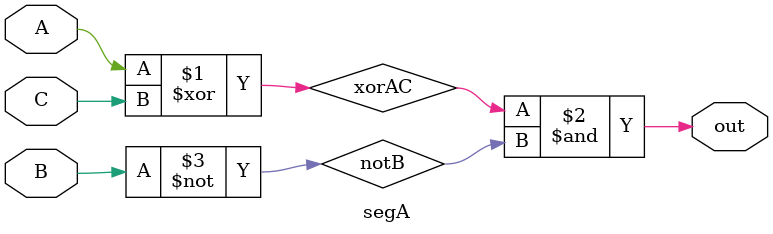
<source format=v>
/*
Modulo responsavel pelo segmento a do display de 7 segmentos
*/

module segA(out, A, B, C);
	input A, B, C;
	output out;
	
	wire xorAC, notB;
	
	not not0(notB, B);
	xor Xor0(xorAC, A, C);
	and And0(out, xorAC, notB);
endmodule
</source>
